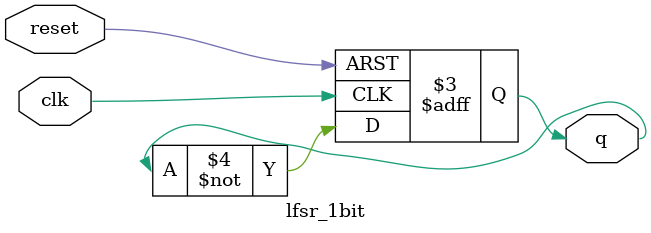
<source format=v>
module lfsr_1bit(
    input wire clk,       // Clock input
    input wire reset,     // Reset input
    output reg q          // Output bit
);

// On every rising edge of the clock, the output is XOR'ed with a predefined feedback bit.
// Since it's a 1-bit LFSR, it essentially just toggles based on the XOR operation.
always @(posedge clk or posedge reset) begin
    if (reset) begin
        q <= 1'b0; // Initialize the LFSR to 0 on reset
    end else begin
        q <= q ^ 1'b1; // XOR operation for feedback, toggling the bit
    end
end

endmodule
</source>
